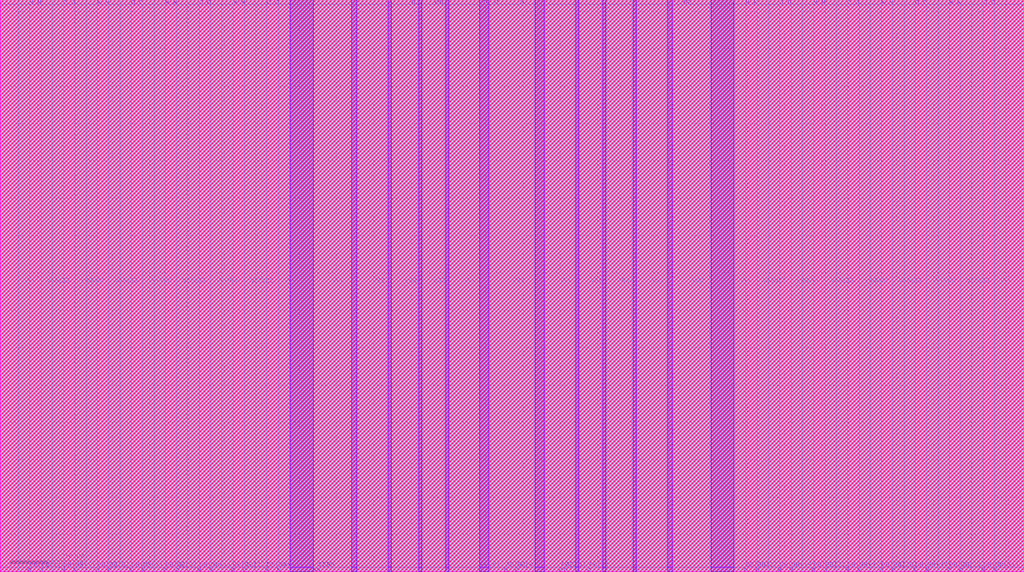
<source format=lef>
/*
     Copyright (c) 2018 SMIC             
     Filename:      qspi_data_info_32_mem.lef
     IP code:       S55NLLG2PH
     Version:       1.1.0
     CreateDate:    Oct 28, 2018        
                    
    LEF for General 2-PORT SRAM
    SMIC 55nm LL Logic Process

    Configuration: -instname qspi_data_info_32_mem -rows 64 -bits 32 -mux 1 
    Redundancy: Off
    Bit-Write: Off
*/

# DISCLAIMER                                                                      
#                                                                                   
#   SMIC hereby provides the quality information to you but makes no claims,      
# promises or guarantees about the accuracy, completeness, or adequacy of the     
# information herein. The information contained herein is provided on an "AS IS"  
# basis without any warranty, and SMIC assumes no obligation to provide support   
# of any kind or otherwise maintain the information.                                
#   SMIC disclaims any representation that the information does not infringe any  
# intellectual property rights or proprietary rights of any third parties. SMIC   
# makes no other warranty, whether express, implied or statutory as to any        
# matter whatsoever, including but not limited to the accuracy or sufficiency of  
# any information or the merchantability and fitness for a particular purpose.    
# Neither SMIC nor any of its representatives shall be liable for any cause of    
# action incurred to connect to this service.                                       
#                                                                                 
# STATEMENT OF USE AND CONFIDENTIALITY                                              
#                                                                                   
#   The following/attached material contains confidential and proprietary           
# information of SMIC. This material is based upon information which SMIC           
# considers reliable, but SMIC neither represents nor warrants that such          
# information is accurate or complete, and it must not be relied upon as such.    
# This information was prepared for informational purposes and is for the use     
# by SMIC's customer only. SMIC reserves the right to make changes in the           
# information at any time without notice.                                           
#   No part of this information may be reproduced, transmitted, transcribed,        
# stored in a retrieval system, or translated into any human or computer           
# language, in any form or by any means, electronic, mechanical, magnetic,          
# optical, chemical, manual, or otherwise, without the prior written consent of   
# SMIC. Any unauthorized use or disclosure of this material is strictly             
# prohibited and may be unlawful. By accepting this material, the receiving         
# party shall be deemed to have acknowledged, accepted, and agreed to be bound    
# by the foregoing limitations and restrictions. Thank you.                         
#                                                                                   

VERSION 5.4 ;
NAMESCASESENSITIVE ON ;
BUSBITCHARS "[]" ;
DIVIDERCHAR "/" ;

MACRO qspi_data_info_32_mem
 CLASS BLOCK ;
 ORIGIN 0 0 ;
 SYMMETRY X Y R90 ;
 SIZE 137.06 BY 76.575 ;

 PIN QA[0]
 DIRECTION OUTPUT ;
 USE SIGNAL ; 
 PORT
 LAYER M3 ;
 RECT 4.055 76.575 4.255 76.08 ;
 END
 PORT
 LAYER M2 ;
 RECT 4.055 76.575 4.255 76.08 ;
 END
 PORT
 LAYER M1 ;
 RECT 4.055 76.575 4.255 76.08 ;
 END
 ANTENNAGATEAREA 0.025 ;
 ANTENNADIFFAREA 0.060 ; 
 END QA[0]

 PIN QA[1]
 DIRECTION OUTPUT ;
 USE SIGNAL ; 
 PORT
 LAYER M3 ;
 RECT 5.145 76.575 5.345 76.08 ;
 END
 PORT
 LAYER M2 ;
 RECT 5.145 76.575 5.345 76.08 ;
 END
 PORT
 LAYER M1 ;
 RECT 5.145 76.575 5.345 76.08 ;
 END
 ANTENNAGATEAREA 0.025 ;
 ANTENNADIFFAREA 0.060 ; 
 END QA[1]

 PIN QA[2]
 DIRECTION OUTPUT ;
 USE SIGNAL ; 
 PORT
 LAYER M3 ;
 RECT 8.595 76.575 8.795 76.08 ;
 END
 PORT
 LAYER M2 ;
 RECT 8.595 76.575 8.795 76.08 ;
 END
 PORT
 LAYER M1 ;
 RECT 8.595 76.575 8.795 76.08 ;
 END
 ANTENNAGATEAREA 0.025 ;
 ANTENNADIFFAREA 0.060 ; 
 END QA[2]

 PIN QA[3]
 DIRECTION OUTPUT ;
 USE SIGNAL ; 
 PORT
 LAYER M3 ;
 RECT 9.685 76.575 9.885 76.08 ;
 END
 PORT
 LAYER M2 ;
 RECT 9.685 76.575 9.885 76.08 ;
 END
 PORT
 LAYER M1 ;
 RECT 9.685 76.575 9.885 76.08 ;
 END
 ANTENNAGATEAREA 0.025 ;
 ANTENNADIFFAREA 0.060 ; 
 END QA[3]

 PIN QA[4]
 DIRECTION OUTPUT ;
 USE SIGNAL ; 
 PORT
 LAYER M3 ;
 RECT 13.135 76.575 13.335 76.08 ;
 END
 PORT
 LAYER M2 ;
 RECT 13.135 76.575 13.335 76.08 ;
 END
 PORT
 LAYER M1 ;
 RECT 13.135 76.575 13.335 76.08 ;
 END
 ANTENNAGATEAREA 0.025 ;
 ANTENNADIFFAREA 0.060 ; 
 END QA[4]

 PIN QA[5]
 DIRECTION OUTPUT ;
 USE SIGNAL ; 
 PORT
 LAYER M3 ;
 RECT 14.225 76.575 14.425 76.08 ;
 END
 PORT
 LAYER M2 ;
 RECT 14.225 76.575 14.425 76.08 ;
 END
 PORT
 LAYER M1 ;
 RECT 14.225 76.575 14.425 76.08 ;
 END
 ANTENNAGATEAREA 0.025 ;
 ANTENNADIFFAREA 0.060 ; 
 END QA[5]

 PIN QA[6]
 DIRECTION OUTPUT ;
 USE SIGNAL ; 
 PORT
 LAYER M3 ;
 RECT 17.675 76.575 17.875 76.08 ;
 END
 PORT
 LAYER M2 ;
 RECT 17.675 76.575 17.875 76.08 ;
 END
 PORT
 LAYER M1 ;
 RECT 17.675 76.575 17.875 76.08 ;
 END
 ANTENNAGATEAREA 0.025 ;
 ANTENNADIFFAREA 0.060 ; 
 END QA[6]

 PIN QA[7]
 DIRECTION OUTPUT ;
 USE SIGNAL ; 
 PORT
 LAYER M3 ;
 RECT 18.765 76.575 18.965 76.08 ;
 END
 PORT
 LAYER M2 ;
 RECT 18.765 76.575 18.965 76.08 ;
 END
 PORT
 LAYER M1 ;
 RECT 18.765 76.575 18.965 76.08 ;
 END
 ANTENNAGATEAREA 0.025 ;
 ANTENNADIFFAREA 0.060 ; 
 END QA[7]

 PIN QA[8]
 DIRECTION OUTPUT ;
 USE SIGNAL ; 
 PORT
 LAYER M3 ;
 RECT 22.215 76.575 22.415 76.08 ;
 END
 PORT
 LAYER M2 ;
 RECT 22.215 76.575 22.415 76.08 ;
 END
 PORT
 LAYER M1 ;
 RECT 22.215 76.575 22.415 76.08 ;
 END
 ANTENNAGATEAREA 0.025 ;
 ANTENNADIFFAREA 0.060 ; 
 END QA[8]

 PIN QA[9]
 DIRECTION OUTPUT ;
 USE SIGNAL ; 
 PORT
 LAYER M3 ;
 RECT 23.305 76.575 23.505 76.08 ;
 END
 PORT
 LAYER M2 ;
 RECT 23.305 76.575 23.505 76.08 ;
 END
 PORT
 LAYER M1 ;
 RECT 23.305 76.575 23.505 76.08 ;
 END
 ANTENNAGATEAREA 0.025 ;
 ANTENNADIFFAREA 0.060 ; 
 END QA[9]

 PIN QA[10]
 DIRECTION OUTPUT ;
 USE SIGNAL ; 
 PORT
 LAYER M3 ;
 RECT 26.755 76.575 26.955 76.08 ;
 END
 PORT
 LAYER M2 ;
 RECT 26.755 76.575 26.955 76.08 ;
 END
 PORT
 LAYER M1 ;
 RECT 26.755 76.575 26.955 76.08 ;
 END
 ANTENNAGATEAREA 0.025 ;
 ANTENNADIFFAREA 0.060 ; 
 END QA[10]

 PIN QA[11]
 DIRECTION OUTPUT ;
 USE SIGNAL ; 
 PORT
 LAYER M3 ;
 RECT 27.845 76.575 28.045 76.08 ;
 END
 PORT
 LAYER M2 ;
 RECT 27.845 76.575 28.045 76.08 ;
 END
 PORT
 LAYER M1 ;
 RECT 27.845 76.575 28.045 76.08 ;
 END
 ANTENNAGATEAREA 0.025 ;
 ANTENNADIFFAREA 0.060 ; 
 END QA[11]

 PIN QA[12]
 DIRECTION OUTPUT ;
 USE SIGNAL ; 
 PORT
 LAYER M3 ;
 RECT 31.295 76.575 31.495 76.08 ;
 END
 PORT
 LAYER M2 ;
 RECT 31.295 76.575 31.495 76.08 ;
 END
 PORT
 LAYER M1 ;
 RECT 31.295 76.575 31.495 76.08 ;
 END
 ANTENNAGATEAREA 0.025 ;
 ANTENNADIFFAREA 0.060 ; 
 END QA[12]

 PIN QA[13]
 DIRECTION OUTPUT ;
 USE SIGNAL ; 
 PORT
 LAYER M3 ;
 RECT 32.385 76.575 32.585 76.08 ;
 END
 PORT
 LAYER M2 ;
 RECT 32.385 76.575 32.585 76.08 ;
 END
 PORT
 LAYER M1 ;
 RECT 32.385 76.575 32.585 76.08 ;
 END
 ANTENNAGATEAREA 0.025 ;
 ANTENNADIFFAREA 0.060 ; 
 END QA[13]

 PIN QA[14]
 DIRECTION OUTPUT ;
 USE SIGNAL ; 
 PORT
 LAYER M3 ;
 RECT 35.835 76.575 36.035 76.08 ;
 END
 PORT
 LAYER M2 ;
 RECT 35.835 76.575 36.035 76.08 ;
 END
 PORT
 LAYER M1 ;
 RECT 35.835 76.575 36.035 76.08 ;
 END
 ANTENNAGATEAREA 0.025 ;
 ANTENNADIFFAREA 0.060 ; 
 END QA[14]

 PIN QA[15]
 DIRECTION OUTPUT ;
 USE SIGNAL ; 
 PORT
 LAYER M3 ;
 RECT 36.925 76.575 37.125 76.08 ;
 END
 PORT
 LAYER M2 ;
 RECT 36.925 76.575 37.125 76.08 ;
 END
 PORT
 LAYER M1 ;
 RECT 36.925 76.575 37.125 76.08 ;
 END
 ANTENNAGATEAREA 0.025 ;
 ANTENNADIFFAREA 0.060 ; 
 END QA[15]

 PIN AA[1]
 DIRECTION INPUT ;
 USE SIGNAL ; 
 PORT
 LAYER M3 ;
 RECT 55.215 76.575 55.415 76.08 ;
 END
 PORT
 LAYER M2 ;
 RECT 55.215 76.575 55.415 76.08 ;
 END
 PORT
 LAYER M1 ;
 RECT 55.215 76.575 55.415 76.08 ;
 END
 ANTENNAGATEAREA 0.025 ;
 ANTENNADIFFAREA 0.060 ; 
 END AA[1]

 PIN AA[0]
 DIRECTION INPUT ;
 USE SIGNAL ; 
 PORT
 LAYER M3 ;
 RECT 58.32 76.575 58.52 76.08 ;
 END
 PORT
 LAYER M2 ;
 RECT 58.32 76.575 58.52 76.08 ;
 END
 PORT
 LAYER M1 ;
 RECT 58.32 76.575 58.52 76.08 ;
 END
 ANTENNAGATEAREA 0.025 ;
 ANTENNADIFFAREA 0.060 ; 
 END AA[0]

 PIN AA[2]
 DIRECTION INPUT ;
 USE SIGNAL ; 
 PORT
 LAYER M3 ;
 RECT 58.97 76.575 59.17 76.08 ;
 END
 PORT
 LAYER M2 ;
 RECT 58.97 76.575 59.17 76.08 ;
 END
 PORT
 LAYER M1 ;
 RECT 58.97 76.575 59.17 76.08 ;
 END
 ANTENNAGATEAREA 0.025 ;
 ANTENNADIFFAREA 0.060 ; 
 END AA[2]

 PIN AA[4]
 DIRECTION INPUT ;
 USE SIGNAL ; 
 PORT
 LAYER M3 ;
 RECT 64.87 76.575 65.07 76.08 ;
 END
 PORT
 LAYER M2 ;
 RECT 64.87 76.575 65.07 76.08 ;
 END
 PORT
 LAYER M1 ;
 RECT 64.87 76.575 65.07 76.08 ;
 END
 ANTENNAGATEAREA 0.025 ;
 ANTENNADIFFAREA 0.060 ; 
 END AA[4]

 PIN AA[3]
 DIRECTION INPUT ;
 USE SIGNAL ; 
 PORT
 LAYER M3 ;
 RECT 66.305 76.575 66.505 76.08 ;
 END
 PORT
 LAYER M2 ;
 RECT 66.305 76.575 66.505 76.08 ;
 END
 PORT
 LAYER M1 ;
 RECT 66.305 76.575 66.505 76.08 ;
 END
 ANTENNAGATEAREA 0.025 ;
 ANTENNADIFFAREA 0.060 ; 
 END AA[3]

 PIN AA[5]
 DIRECTION INPUT ;
 USE SIGNAL ; 
 PORT
 LAYER M3 ;
 RECT 69.795 76.575 69.995 76.08 ;
 END
 PORT
 LAYER M2 ;
 RECT 69.795 76.575 69.995 76.08 ;
 END
 PORT
 LAYER M1 ;
 RECT 69.795 76.575 69.995 76.08 ;
 END
 ANTENNAGATEAREA 0.025 ;
 ANTENNADIFFAREA 0.060 ; 
 END AA[5]

 PIN CENA
 DIRECTION INPUT ;
 USE SIGNAL ; 
 PORT
 LAYER M3 ;
 RECT 91.63 76.575 91.83 76.08 ;
 END
 PORT
 LAYER M2 ;
 RECT 91.63 76.575 91.83 76.08 ;
 END
 PORT
 LAYER M1 ;
 RECT 91.63 76.575 91.83 76.08 ;
 END
 ANTENNAGATEAREA 0.025 ;
 ANTENNADIFFAREA 0.060 ; 
 END CENA

 PIN CLKA
 DIRECTION INPUT ;
 USE SIGNAL ; 
 PORT
 LAYER M3 ;
 RECT 92.12 76.575 92.32 76.08 ;
 END
 PORT
 LAYER M2 ;
 RECT 92.12 76.575 92.32 76.08 ;
 END
 PORT
 LAYER M1 ;
 RECT 92.12 76.575 92.32 76.08 ;
 END
 ANTENNAGATEAREA 0.025 ;
 ANTENNADIFFAREA 0.060 ; 
 END CLKA

 PIN QA[16]
 DIRECTION OUTPUT ;
 USE SIGNAL ; 
 PORT
 LAYER M3 ;
 RECT 99.935 76.575 100.135 76.08 ;
 END
 PORT
 LAYER M2 ;
 RECT 99.935 76.575 100.135 76.08 ;
 END
 PORT
 LAYER M1 ;
 RECT 99.935 76.575 100.135 76.08 ;
 END
 ANTENNAGATEAREA 0.025 ;
 ANTENNADIFFAREA 0.060 ; 
 END QA[16]

 PIN QA[17]
 DIRECTION OUTPUT ;
 USE SIGNAL ; 
 PORT
 LAYER M3 ;
 RECT 101.025 76.575 101.225 76.08 ;
 END
 PORT
 LAYER M2 ;
 RECT 101.025 76.575 101.225 76.08 ;
 END
 PORT
 LAYER M1 ;
 RECT 101.025 76.575 101.225 76.08 ;
 END
 ANTENNAGATEAREA 0.025 ;
 ANTENNADIFFAREA 0.060 ; 
 END QA[17]

 PIN QA[18]
 DIRECTION OUTPUT ;
 USE SIGNAL ; 
 PORT
 LAYER M3 ;
 RECT 104.475 76.575 104.675 76.08 ;
 END
 PORT
 LAYER M2 ;
 RECT 104.475 76.575 104.675 76.08 ;
 END
 PORT
 LAYER M1 ;
 RECT 104.475 76.575 104.675 76.08 ;
 END
 ANTENNAGATEAREA 0.025 ;
 ANTENNADIFFAREA 0.060 ; 
 END QA[18]

 PIN QA[19]
 DIRECTION OUTPUT ;
 USE SIGNAL ; 
 PORT
 LAYER M3 ;
 RECT 105.565 76.575 105.765 76.08 ;
 END
 PORT
 LAYER M2 ;
 RECT 105.565 76.575 105.765 76.08 ;
 END
 PORT
 LAYER M1 ;
 RECT 105.565 76.575 105.765 76.08 ;
 END
 ANTENNAGATEAREA 0.025 ;
 ANTENNADIFFAREA 0.060 ; 
 END QA[19]

 PIN QA[20]
 DIRECTION OUTPUT ;
 USE SIGNAL ; 
 PORT
 LAYER M3 ;
 RECT 109.015 76.575 109.215 76.08 ;
 END
 PORT
 LAYER M2 ;
 RECT 109.015 76.575 109.215 76.08 ;
 END
 PORT
 LAYER M1 ;
 RECT 109.015 76.575 109.215 76.08 ;
 END
 ANTENNAGATEAREA 0.025 ;
 ANTENNADIFFAREA 0.060 ; 
 END QA[20]

 PIN QA[21]
 DIRECTION OUTPUT ;
 USE SIGNAL ; 
 PORT
 LAYER M3 ;
 RECT 110.105 76.575 110.305 76.08 ;
 END
 PORT
 LAYER M2 ;
 RECT 110.105 76.575 110.305 76.08 ;
 END
 PORT
 LAYER M1 ;
 RECT 110.105 76.575 110.305 76.08 ;
 END
 ANTENNAGATEAREA 0.025 ;
 ANTENNADIFFAREA 0.060 ; 
 END QA[21]

 PIN QA[22]
 DIRECTION OUTPUT ;
 USE SIGNAL ; 
 PORT
 LAYER M3 ;
 RECT 113.555 76.575 113.755 76.08 ;
 END
 PORT
 LAYER M2 ;
 RECT 113.555 76.575 113.755 76.08 ;
 END
 PORT
 LAYER M1 ;
 RECT 113.555 76.575 113.755 76.08 ;
 END
 ANTENNAGATEAREA 0.025 ;
 ANTENNADIFFAREA 0.060 ; 
 END QA[22]

 PIN QA[23]
 DIRECTION OUTPUT ;
 USE SIGNAL ; 
 PORT
 LAYER M3 ;
 RECT 114.645 76.575 114.845 76.08 ;
 END
 PORT
 LAYER M2 ;
 RECT 114.645 76.575 114.845 76.08 ;
 END
 PORT
 LAYER M1 ;
 RECT 114.645 76.575 114.845 76.08 ;
 END
 ANTENNAGATEAREA 0.025 ;
 ANTENNADIFFAREA 0.060 ; 
 END QA[23]

 PIN QA[24]
 DIRECTION OUTPUT ;
 USE SIGNAL ; 
 PORT
 LAYER M3 ;
 RECT 118.095 76.575 118.295 76.08 ;
 END
 PORT
 LAYER M2 ;
 RECT 118.095 76.575 118.295 76.08 ;
 END
 PORT
 LAYER M1 ;
 RECT 118.095 76.575 118.295 76.08 ;
 END
 ANTENNAGATEAREA 0.025 ;
 ANTENNADIFFAREA 0.060 ; 
 END QA[24]

 PIN QA[25]
 DIRECTION OUTPUT ;
 USE SIGNAL ; 
 PORT
 LAYER M3 ;
 RECT 119.185 76.575 119.385 76.08 ;
 END
 PORT
 LAYER M2 ;
 RECT 119.185 76.575 119.385 76.08 ;
 END
 PORT
 LAYER M1 ;
 RECT 119.185 76.575 119.385 76.08 ;
 END
 ANTENNAGATEAREA 0.025 ;
 ANTENNADIFFAREA 0.060 ; 
 END QA[25]

 PIN QA[26]
 DIRECTION OUTPUT ;
 USE SIGNAL ; 
 PORT
 LAYER M3 ;
 RECT 122.635 76.575 122.835 76.08 ;
 END
 PORT
 LAYER M2 ;
 RECT 122.635 76.575 122.835 76.08 ;
 END
 PORT
 LAYER M1 ;
 RECT 122.635 76.575 122.835 76.08 ;
 END
 ANTENNAGATEAREA 0.025 ;
 ANTENNADIFFAREA 0.060 ; 
 END QA[26]

 PIN QA[27]
 DIRECTION OUTPUT ;
 USE SIGNAL ; 
 PORT
 LAYER M3 ;
 RECT 123.725 76.575 123.925 76.08 ;
 END
 PORT
 LAYER M2 ;
 RECT 123.725 76.575 123.925 76.08 ;
 END
 PORT
 LAYER M1 ;
 RECT 123.725 76.575 123.925 76.08 ;
 END
 ANTENNAGATEAREA 0.025 ;
 ANTENNADIFFAREA 0.060 ; 
 END QA[27]

 PIN QA[28]
 DIRECTION OUTPUT ;
 USE SIGNAL ; 
 PORT
 LAYER M3 ;
 RECT 127.175 76.575 127.375 76.08 ;
 END
 PORT
 LAYER M2 ;
 RECT 127.175 76.575 127.375 76.08 ;
 END
 PORT
 LAYER M1 ;
 RECT 127.175 76.575 127.375 76.08 ;
 END
 ANTENNAGATEAREA 0.025 ;
 ANTENNADIFFAREA 0.060 ; 
 END QA[28]

 PIN QA[29]
 DIRECTION OUTPUT ;
 USE SIGNAL ; 
 PORT
 LAYER M3 ;
 RECT 128.265 76.575 128.465 76.08 ;
 END
 PORT
 LAYER M2 ;
 RECT 128.265 76.575 128.465 76.08 ;
 END
 PORT
 LAYER M1 ;
 RECT 128.265 76.575 128.465 76.08 ;
 END
 ANTENNAGATEAREA 0.025 ;
 ANTENNADIFFAREA 0.060 ; 
 END QA[29]

 PIN QA[30]
 DIRECTION OUTPUT ;
 USE SIGNAL ; 
 PORT
 LAYER M3 ;
 RECT 131.715 76.575 131.915 76.08 ;
 END
 PORT
 LAYER M2 ;
 RECT 131.715 76.575 131.915 76.08 ;
 END
 PORT
 LAYER M1 ;
 RECT 131.715 76.575 131.915 76.08 ;
 END
 ANTENNAGATEAREA 0.025 ;
 ANTENNADIFFAREA 0.060 ; 
 END QA[30]

 PIN QA[31]
 DIRECTION OUTPUT ;
 USE SIGNAL ; 
 PORT
 LAYER M3 ;
 RECT 132.805 76.575 133.005 76.08 ;
 END
 PORT
 LAYER M2 ;
 RECT 132.805 76.575 133.005 76.08 ;
 END
 PORT
 LAYER M1 ;
 RECT 132.805 76.575 133.005 76.08 ;
 END
 ANTENNAGATEAREA 0.025 ;
 ANTENNADIFFAREA 0.060 ; 
 END QA[31]

 PIN DB[0]
 DIRECTION INPUT ;
 USE SIGNAL ; 
 PORT
 LAYER M3 ;
 RECT 3.81 0 4.01 0.495 ;
 END
 PORT
 LAYER M2 ;
 RECT 3.81 0 4.01 0.495 ;
 END
 PORT
 LAYER M1 ;
 RECT 3.81 0 4.01 0.495 ;
 END
 ANTENNAGATEAREA 0.025 ;
 ANTENNADIFFAREA 0.060 ; 
 END DB[0]

 PIN DB[1]
 DIRECTION INPUT ;
 USE SIGNAL ; 
 PORT
 LAYER M3 ;
 RECT 5.39 0 5.59 0.495 ;
 END
 PORT
 LAYER M2 ;
 RECT 5.39 0 5.59 0.495 ;
 END
 PORT
 LAYER M1 ;
 RECT 5.39 0 5.59 0.495 ;
 END
 ANTENNAGATEAREA 0.025 ;
 ANTENNADIFFAREA 0.060 ; 
 END DB[1]

 PIN DB[2]
 DIRECTION INPUT ;
 USE SIGNAL ; 
 PORT
 LAYER M3 ;
 RECT 8.35 0 8.55 0.495 ;
 END
 PORT
 LAYER M2 ;
 RECT 8.35 0 8.55 0.495 ;
 END
 PORT
 LAYER M1 ;
 RECT 8.35 0 8.55 0.495 ;
 END
 ANTENNAGATEAREA 0.025 ;
 ANTENNADIFFAREA 0.060 ; 
 END DB[2]

 PIN DB[3]
 DIRECTION INPUT ;
 USE SIGNAL ; 
 PORT
 LAYER M3 ;
 RECT 9.93 0 10.13 0.495 ;
 END
 PORT
 LAYER M2 ;
 RECT 9.93 0 10.13 0.495 ;
 END
 PORT
 LAYER M1 ;
 RECT 9.93 0 10.13 0.495 ;
 END
 ANTENNAGATEAREA 0.025 ;
 ANTENNADIFFAREA 0.060 ; 
 END DB[3]

 PIN DB[4]
 DIRECTION INPUT ;
 USE SIGNAL ; 
 PORT
 LAYER M3 ;
 RECT 12.89 0 13.09 0.495 ;
 END
 PORT
 LAYER M2 ;
 RECT 12.89 0 13.09 0.495 ;
 END
 PORT
 LAYER M1 ;
 RECT 12.89 0 13.09 0.495 ;
 END
 ANTENNAGATEAREA 0.025 ;
 ANTENNADIFFAREA 0.060 ; 
 END DB[4]

 PIN DB[5]
 DIRECTION INPUT ;
 USE SIGNAL ; 
 PORT
 LAYER M3 ;
 RECT 14.47 0 14.67 0.495 ;
 END
 PORT
 LAYER M2 ;
 RECT 14.47 0 14.67 0.495 ;
 END
 PORT
 LAYER M1 ;
 RECT 14.47 0 14.67 0.495 ;
 END
 ANTENNAGATEAREA 0.025 ;
 ANTENNADIFFAREA 0.060 ; 
 END DB[5]

 PIN DB[6]
 DIRECTION INPUT ;
 USE SIGNAL ; 
 PORT
 LAYER M3 ;
 RECT 17.43 0 17.63 0.495 ;
 END
 PORT
 LAYER M2 ;
 RECT 17.43 0 17.63 0.495 ;
 END
 PORT
 LAYER M1 ;
 RECT 17.43 0 17.63 0.495 ;
 END
 ANTENNAGATEAREA 0.025 ;
 ANTENNADIFFAREA 0.060 ; 
 END DB[6]

 PIN DB[7]
 DIRECTION INPUT ;
 USE SIGNAL ; 
 PORT
 LAYER M3 ;
 RECT 19.01 0 19.21 0.495 ;
 END
 PORT
 LAYER M2 ;
 RECT 19.01 0 19.21 0.495 ;
 END
 PORT
 LAYER M1 ;
 RECT 19.01 0 19.21 0.495 ;
 END
 ANTENNAGATEAREA 0.025 ;
 ANTENNADIFFAREA 0.060 ; 
 END DB[7]

 PIN DB[8]
 DIRECTION INPUT ;
 USE SIGNAL ; 
 PORT
 LAYER M3 ;
 RECT 21.97 0 22.17 0.495 ;
 END
 PORT
 LAYER M2 ;
 RECT 21.97 0 22.17 0.495 ;
 END
 PORT
 LAYER M1 ;
 RECT 21.97 0 22.17 0.495 ;
 END
 ANTENNAGATEAREA 0.025 ;
 ANTENNADIFFAREA 0.060 ; 
 END DB[8]

 PIN DB[9]
 DIRECTION INPUT ;
 USE SIGNAL ; 
 PORT
 LAYER M3 ;
 RECT 23.55 0 23.75 0.495 ;
 END
 PORT
 LAYER M2 ;
 RECT 23.55 0 23.75 0.495 ;
 END
 PORT
 LAYER M1 ;
 RECT 23.55 0 23.75 0.495 ;
 END
 ANTENNAGATEAREA 0.025 ;
 ANTENNADIFFAREA 0.060 ; 
 END DB[9]

 PIN DB[10]
 DIRECTION INPUT ;
 USE SIGNAL ; 
 PORT
 LAYER M3 ;
 RECT 26.51 0 26.71 0.495 ;
 END
 PORT
 LAYER M2 ;
 RECT 26.51 0 26.71 0.495 ;
 END
 PORT
 LAYER M1 ;
 RECT 26.51 0 26.71 0.495 ;
 END
 ANTENNAGATEAREA 0.025 ;
 ANTENNADIFFAREA 0.060 ; 
 END DB[10]

 PIN DB[11]
 DIRECTION INPUT ;
 USE SIGNAL ; 
 PORT
 LAYER M3 ;
 RECT 28.09 0 28.29 0.495 ;
 END
 PORT
 LAYER M2 ;
 RECT 28.09 0 28.29 0.495 ;
 END
 PORT
 LAYER M1 ;
 RECT 28.09 0 28.29 0.495 ;
 END
 ANTENNAGATEAREA 0.025 ;
 ANTENNADIFFAREA 0.060 ; 
 END DB[11]

 PIN DB[12]
 DIRECTION INPUT ;
 USE SIGNAL ; 
 PORT
 LAYER M3 ;
 RECT 31.05 0 31.25 0.495 ;
 END
 PORT
 LAYER M2 ;
 RECT 31.05 0 31.25 0.495 ;
 END
 PORT
 LAYER M1 ;
 RECT 31.05 0 31.25 0.495 ;
 END
 ANTENNAGATEAREA 0.025 ;
 ANTENNADIFFAREA 0.060 ; 
 END DB[12]

 PIN DB[13]
 DIRECTION INPUT ;
 USE SIGNAL ; 
 PORT
 LAYER M3 ;
 RECT 32.63 0 32.83 0.495 ;
 END
 PORT
 LAYER M2 ;
 RECT 32.63 0 32.83 0.495 ;
 END
 PORT
 LAYER M1 ;
 RECT 32.63 0 32.83 0.495 ;
 END
 ANTENNAGATEAREA 0.025 ;
 ANTENNADIFFAREA 0.060 ; 
 END DB[13]

 PIN DB[14]
 DIRECTION INPUT ;
 USE SIGNAL ; 
 PORT
 LAYER M3 ;
 RECT 35.59 0 35.79 0.495 ;
 END
 PORT
 LAYER M2 ;
 RECT 35.59 0 35.79 0.495 ;
 END
 PORT
 LAYER M1 ;
 RECT 35.59 0 35.79 0.495 ;
 END
 ANTENNAGATEAREA 0.025 ;
 ANTENNADIFFAREA 0.060 ; 
 END DB[14]

 PIN DB[15]
 DIRECTION INPUT ;
 USE SIGNAL ; 
 PORT
 LAYER M3 ;
 RECT 37.17 0 37.37 0.495 ;
 END
 PORT
 LAYER M2 ;
 RECT 37.17 0 37.37 0.495 ;
 END
 PORT
 LAYER M1 ;
 RECT 37.17 0 37.37 0.495 ;
 END
 ANTENNAGATEAREA 0.025 ;
 ANTENNADIFFAREA 0.060 ; 
 END DB[15]

 PIN CLKB
 DIRECTION INPUT ;
 USE SIGNAL ; 
 PORT
 LAYER M3 ;
 RECT 42.01 0 42.21 0.495 ;
 END
 PORT
 LAYER M2 ;
 RECT 42.01 0 42.21 0.495 ;
 END
 PORT
 LAYER M1 ;
 RECT 42.01 0 42.21 0.495 ;
 END
 ANTENNAGATEAREA 0.025 ;
 ANTENNADIFFAREA 0.060 ; 
 END CLKB

 PIN CENB
 DIRECTION INPUT ;
 USE SIGNAL ; 
 PORT
 LAYER M3 ;
 RECT 42.5 0 42.7 0.495 ;
 END
 PORT
 LAYER M2 ;
 RECT 42.5 0 42.7 0.495 ;
 END
 PORT
 LAYER M1 ;
 RECT 42.5 0 42.7 0.495 ;
 END
 ANTENNAGATEAREA 0.025 ;
 ANTENNADIFFAREA 0.060 ; 
 END CENB

 PIN AB[5]
 DIRECTION INPUT ;
 USE SIGNAL ; 
 PORT
 LAYER M3 ;
 RECT 64.11 0 64.31 0.495 ;
 END
 PORT
 LAYER M2 ;
 RECT 64.11 0 64.31 0.495 ;
 END
 PORT
 LAYER M1 ;
 RECT 64.11 0 64.31 0.495 ;
 END
 ANTENNAGATEAREA 0.025 ;
 ANTENNADIFFAREA 0.060 ; 
 END AB[5]

 PIN AB[3]
 DIRECTION INPUT ;
 USE SIGNAL ; 
 PORT
 LAYER M3 ;
 RECT 67.6 0 67.8 0.495 ;
 END
 PORT
 LAYER M2 ;
 RECT 67.6 0 67.8 0.495 ;
 END
 PORT
 LAYER M1 ;
 RECT 67.6 0 67.8 0.495 ;
 END
 ANTENNAGATEAREA 0.025 ;
 ANTENNADIFFAREA 0.060 ; 
 END AB[3]

 PIN AB[4]
 DIRECTION INPUT ;
 USE SIGNAL ; 
 PORT
 LAYER M3 ;
 RECT 69.035 0 69.235 0.495 ;
 END
 PORT
 LAYER M2 ;
 RECT 69.035 0 69.235 0.495 ;
 END
 PORT
 LAYER M1 ;
 RECT 69.035 0 69.235 0.495 ;
 END
 ANTENNAGATEAREA 0.025 ;
 ANTENNADIFFAREA 0.060 ; 
 END AB[4]

 PIN AB[2]
 DIRECTION INPUT ;
 USE SIGNAL ; 
 PORT
 LAYER M3 ;
 RECT 74.935 0 75.135 0.495 ;
 END
 PORT
 LAYER M2 ;
 RECT 74.935 0 75.135 0.495 ;
 END
 PORT
 LAYER M1 ;
 RECT 74.935 0 75.135 0.495 ;
 END
 ANTENNAGATEAREA 0.025 ;
 ANTENNADIFFAREA 0.060 ; 
 END AB[2]

 PIN AB[0]
 DIRECTION INPUT ;
 USE SIGNAL ; 
 PORT
 LAYER M3 ;
 RECT 75.585 0 75.785 0.495 ;
 END
 PORT
 LAYER M2 ;
 RECT 75.585 0 75.785 0.495 ;
 END
 PORT
 LAYER M1 ;
 RECT 75.585 0 75.785 0.495 ;
 END
 ANTENNAGATEAREA 0.025 ;
 ANTENNADIFFAREA 0.060 ; 
 END AB[0]

 PIN AB[1]
 DIRECTION INPUT ;
 USE SIGNAL ; 
 PORT
 LAYER M3 ;
 RECT 78.69 0 78.89 0.495 ;
 END
 PORT
 LAYER M2 ;
 RECT 78.69 0 78.89 0.495 ;
 END
 PORT
 LAYER M1 ;
 RECT 78.69 0 78.89 0.495 ;
 END
 ANTENNAGATEAREA 0.025 ;
 ANTENNADIFFAREA 0.060 ; 
 END AB[1]

 PIN DB[16]
 DIRECTION INPUT ;
 USE SIGNAL ; 
 PORT
 LAYER M3 ;
 RECT 99.69 0 99.89 0.495 ;
 END
 PORT
 LAYER M2 ;
 RECT 99.69 0 99.89 0.495 ;
 END
 PORT
 LAYER M1 ;
 RECT 99.69 0 99.89 0.495 ;
 END
 ANTENNAGATEAREA 0.025 ;
 ANTENNADIFFAREA 0.060 ; 
 END DB[16]

 PIN DB[17]
 DIRECTION INPUT ;
 USE SIGNAL ; 
 PORT
 LAYER M3 ;
 RECT 101.27 0 101.47 0.495 ;
 END
 PORT
 LAYER M2 ;
 RECT 101.27 0 101.47 0.495 ;
 END
 PORT
 LAYER M1 ;
 RECT 101.27 0 101.47 0.495 ;
 END
 ANTENNAGATEAREA 0.025 ;
 ANTENNADIFFAREA 0.060 ; 
 END DB[17]

 PIN DB[18]
 DIRECTION INPUT ;
 USE SIGNAL ; 
 PORT
 LAYER M3 ;
 RECT 104.23 0 104.43 0.495 ;
 END
 PORT
 LAYER M2 ;
 RECT 104.23 0 104.43 0.495 ;
 END
 PORT
 LAYER M1 ;
 RECT 104.23 0 104.43 0.495 ;
 END
 ANTENNAGATEAREA 0.025 ;
 ANTENNADIFFAREA 0.060 ; 
 END DB[18]

 PIN DB[19]
 DIRECTION INPUT ;
 USE SIGNAL ; 
 PORT
 LAYER M3 ;
 RECT 105.81 0 106.01 0.495 ;
 END
 PORT
 LAYER M2 ;
 RECT 105.81 0 106.01 0.495 ;
 END
 PORT
 LAYER M1 ;
 RECT 105.81 0 106.01 0.495 ;
 END
 ANTENNAGATEAREA 0.025 ;
 ANTENNADIFFAREA 0.060 ; 
 END DB[19]

 PIN DB[20]
 DIRECTION INPUT ;
 USE SIGNAL ; 
 PORT
 LAYER M3 ;
 RECT 108.77 0 108.97 0.495 ;
 END
 PORT
 LAYER M2 ;
 RECT 108.77 0 108.97 0.495 ;
 END
 PORT
 LAYER M1 ;
 RECT 108.77 0 108.97 0.495 ;
 END
 ANTENNAGATEAREA 0.025 ;
 ANTENNADIFFAREA 0.060 ; 
 END DB[20]

 PIN DB[21]
 DIRECTION INPUT ;
 USE SIGNAL ; 
 PORT
 LAYER M3 ;
 RECT 110.35 0 110.55 0.495 ;
 END
 PORT
 LAYER M2 ;
 RECT 110.35 0 110.55 0.495 ;
 END
 PORT
 LAYER M1 ;
 RECT 110.35 0 110.55 0.495 ;
 END
 ANTENNAGATEAREA 0.025 ;
 ANTENNADIFFAREA 0.060 ; 
 END DB[21]

 PIN DB[22]
 DIRECTION INPUT ;
 USE SIGNAL ; 
 PORT
 LAYER M3 ;
 RECT 113.31 0 113.51 0.495 ;
 END
 PORT
 LAYER M2 ;
 RECT 113.31 0 113.51 0.495 ;
 END
 PORT
 LAYER M1 ;
 RECT 113.31 0 113.51 0.495 ;
 END
 ANTENNAGATEAREA 0.025 ;
 ANTENNADIFFAREA 0.060 ; 
 END DB[22]

 PIN DB[23]
 DIRECTION INPUT ;
 USE SIGNAL ; 
 PORT
 LAYER M3 ;
 RECT 114.89 0 115.09 0.495 ;
 END
 PORT
 LAYER M2 ;
 RECT 114.89 0 115.09 0.495 ;
 END
 PORT
 LAYER M1 ;
 RECT 114.89 0 115.09 0.495 ;
 END
 ANTENNAGATEAREA 0.025 ;
 ANTENNADIFFAREA 0.060 ; 
 END DB[23]

 PIN DB[24]
 DIRECTION INPUT ;
 USE SIGNAL ; 
 PORT
 LAYER M3 ;
 RECT 117.85 0 118.05 0.495 ;
 END
 PORT
 LAYER M2 ;
 RECT 117.85 0 118.05 0.495 ;
 END
 PORT
 LAYER M1 ;
 RECT 117.85 0 118.05 0.495 ;
 END
 ANTENNAGATEAREA 0.025 ;
 ANTENNADIFFAREA 0.060 ; 
 END DB[24]

 PIN DB[25]
 DIRECTION INPUT ;
 USE SIGNAL ; 
 PORT
 LAYER M3 ;
 RECT 119.43 0 119.63 0.495 ;
 END
 PORT
 LAYER M2 ;
 RECT 119.43 0 119.63 0.495 ;
 END
 PORT
 LAYER M1 ;
 RECT 119.43 0 119.63 0.495 ;
 END
 ANTENNAGATEAREA 0.025 ;
 ANTENNADIFFAREA 0.060 ; 
 END DB[25]

 PIN DB[26]
 DIRECTION INPUT ;
 USE SIGNAL ; 
 PORT
 LAYER M3 ;
 RECT 122.39 0 122.59 0.495 ;
 END
 PORT
 LAYER M2 ;
 RECT 122.39 0 122.59 0.495 ;
 END
 PORT
 LAYER M1 ;
 RECT 122.39 0 122.59 0.495 ;
 END
 ANTENNAGATEAREA 0.025 ;
 ANTENNADIFFAREA 0.060 ; 
 END DB[26]

 PIN DB[27]
 DIRECTION INPUT ;
 USE SIGNAL ; 
 PORT
 LAYER M3 ;
 RECT 123.97 0 124.17 0.495 ;
 END
 PORT
 LAYER M2 ;
 RECT 123.97 0 124.17 0.495 ;
 END
 PORT
 LAYER M1 ;
 RECT 123.97 0 124.17 0.495 ;
 END
 ANTENNAGATEAREA 0.025 ;
 ANTENNADIFFAREA 0.060 ; 
 END DB[27]

 PIN DB[28]
 DIRECTION INPUT ;
 USE SIGNAL ; 
 PORT
 LAYER M3 ;
 RECT 126.93 0 127.13 0.495 ;
 END
 PORT
 LAYER M2 ;
 RECT 126.93 0 127.13 0.495 ;
 END
 PORT
 LAYER M1 ;
 RECT 126.93 0 127.13 0.495 ;
 END
 ANTENNAGATEAREA 0.025 ;
 ANTENNADIFFAREA 0.060 ; 
 END DB[28]

 PIN DB[29]
 DIRECTION INPUT ;
 USE SIGNAL ; 
 PORT
 LAYER M3 ;
 RECT 128.51 0 128.71 0.495 ;
 END
 PORT
 LAYER M2 ;
 RECT 128.51 0 128.71 0.495 ;
 END
 PORT
 LAYER M1 ;
 RECT 128.51 0 128.71 0.495 ;
 END
 ANTENNAGATEAREA 0.025 ;
 ANTENNADIFFAREA 0.060 ; 
 END DB[29]

 PIN DB[30]
 DIRECTION INPUT ;
 USE SIGNAL ; 
 PORT
 LAYER M3 ;
 RECT 131.47 0 131.67 0.495 ;
 END
 PORT
 LAYER M2 ;
 RECT 131.47 0 131.67 0.495 ;
 END
 PORT
 LAYER M1 ;
 RECT 131.47 0 131.67 0.495 ;
 END
 ANTENNAGATEAREA 0.025 ;
 ANTENNADIFFAREA 0.060 ; 
 END DB[30]

 PIN DB[31]
 DIRECTION INPUT ;
 USE SIGNAL ; 
 PORT
 LAYER M3 ;
 RECT 133.05 0 133.25 0.495 ;
 END
 PORT
 LAYER M2 ;
 RECT 133.05 0 133.25 0.495 ;
 END
 PORT
 LAYER M1 ;
 RECT 133.05 0 133.25 0.495 ;
 END
 ANTENNAGATEAREA 0.025 ;
 ANTENNADIFFAREA 0.060 ; 
 END DB[31]

 PIN VDD
 USE POWER ;
 PORT
 LAYER M4 ;
 RECT 2.43 0 3.93 76.575 ;    
 END 
 PORT
 LAYER M4 ;
 RECT 10.01 0 11.51 76.575 ;    
 END 
 PORT
 LAYER M4 ;
 RECT 11.51 0 13.01 76.575 ;    
 END 
 PORT
 LAYER M4 ;
 RECT 19.09 0 20.59 76.575 ;    
 END 
 PORT
 LAYER M4 ;
 RECT 20.59 0 22.09 76.575 ;    
 END 
 PORT
 LAYER M4 ;
 RECT 28.17 0 29.67 76.575 ;    
 END 
 PORT
 LAYER M4 ;
 RECT 29.67 0 31.17 76.575 ;    
 END 
 PORT
 LAYER M4 ;
 RECT 37.25 0 38.75 76.575 ;    
 END 
 PORT
 LAYER M4 ;
 RECT 41.97 0 46.97 76.575 ;    
 END 
 PORT
 LAYER M4 ;
 RECT 52.42 0 55.92 76.575 ;    
 END 
 PORT
 LAYER M4 ;
 RECT 60.12 0 64.12 76.575 ;    
 END 
 PORT
 LAYER M4 ;
 RECT 72.94 0 76.94 76.575 ;    
 END 
 PORT
 LAYER M4 ;
 RECT 81.14 0 84.64 76.575 ;    
 END 
 PORT
 LAYER M4 ;
 RECT 90.09 0 95.09 76.575 ;    
 END 
 PORT
 LAYER M4 ;
 RECT 98.31 0 99.81 76.575 ;    
 END 
 PORT
 LAYER M4 ;
 RECT 105.89 0 107.39 76.575 ;    
 END 
 PORT
 LAYER M4 ;
 RECT 107.39 0 108.89 76.575 ;    
 END 
 PORT
 LAYER M4 ;
 RECT 114.97 0 116.47 76.575 ;    
 END 
 PORT
 LAYER M4 ;
 RECT 116.47 0 117.97 76.575 ;    
 END 
 PORT
 LAYER M4 ;
 RECT 124.05 0 125.55 76.575 ;    
 END 
 PORT
 LAYER M4 ;
 RECT 125.55 0 127.05 76.575 ;    
 END 
 PORT
 LAYER M4 ;
 RECT 133.13 0 134.63 76.575 ;    
 END 
 END VDD

 PIN VSS
 USE GROUND ;
 PORT
 LAYER M4 ;
 RECT 5.47 0 6.97 76.575 ;      
 END
 PORT
 LAYER M4 ;
 RECT 6.97 0 8.47 76.575 ;      
 END
 PORT
 LAYER M4 ;
 RECT 14.55 0 16.05 76.575 ;      
 END
 PORT
 LAYER M4 ;
 RECT 16.05 0 17.55 76.575 ;      
 END
 PORT
 LAYER M4 ;
 RECT 23.63 0 25.13 76.575 ;      
 END
 PORT
 LAYER M4 ;
 RECT 25.13 0 26.63 76.575 ;      
 END
 PORT
 LAYER M4 ;
 RECT 32.71 0 34.21 76.575 ;      
 END
 PORT
 LAYER M4 ;
 RECT 34.21 0 35.71 76.575 ;      
 END
 PORT
 LAYER M4 ;
 RECT 47.82 0 51.82 76.575 ;      
 END
 PORT
 LAYER M4 ;
 RECT 56.52 0 59.52 76.575 ;      
 END
 PORT
 LAYER M4 ;
 RECT 65.525 0 71.525 76.575 ;      
 END
 PORT
 LAYER M4 ;
 RECT 77.54 0 80.54 76.575 ;      
 END
 PORT
 LAYER M4 ;
 RECT 85.24 0 89.24 76.575 ;      
 END
 PORT
 LAYER M4 ;
 RECT 101.35 0 102.85 76.575 ;      
 END
 PORT
 LAYER M4 ;
 RECT 102.85 0 104.35 76.575 ;      
 END
 PORT
 LAYER M4 ;
 RECT 110.43 0 111.93 76.575 ;      
 END
 PORT
 LAYER M4 ;
 RECT 111.93 0 113.43 76.575 ;      
 END
 PORT
 LAYER M4 ;
 RECT 119.51 0 121.01 76.575 ;      
 END
 PORT
 LAYER M4 ;
 RECT 121.01 0 122.51 76.575 ;      
 END
 PORT
 LAYER M4 ;
 RECT 128.59 0 130.09 76.575 ;      
 END
 PORT
 LAYER M4 ;
 RECT 130.09 0 131.59 76.575 ;      
 END
 END VSS

 OBS
 LAYER M1 ;
 RECT 0 0 3.72 0.585 ;
 RECT 4.1 0 5.3 0.585 ;
 RECT 5.68 0 8.26 0.585 ;
 RECT 8.64 0 9.84 0.585 ;
 RECT 10.22 0 12.8 0.585 ;
 RECT 13.18 0 14.38 0.585 ;
 RECT 14.76 0 17.34 0.585 ;
 RECT 17.72 0 18.92 0.585 ;
 RECT 19.3 0 21.88 0.585 ;
 RECT 22.26 0 23.46 0.585 ;
 RECT 23.84 0 26.42 0.585 ;
 RECT 26.8 0 28 0.585 ;
 RECT 28.38 0 30.96 0.585 ;
 RECT 31.34 0 32.54 0.585 ;
 RECT 32.92 0 35.5 0.585 ;
 RECT 35.88 0 37.08 0.585 ;
 RECT 37.46 0 41.92 0.585 ;
 RECT 42.3 0 42.41 0.585 ;
 RECT 42.79 0 64.02 0.585 ;
 RECT 64.4 0 67.51 0.585 ;
 RECT 67.89 0 68.945 0.585 ;
 RECT 69.325 0 74.845 0.585 ;
 RECT 75.225 0 75.495 0.585 ;
 RECT 75.875 0 78.6 0.585 ;
 RECT 78.98 0 99.6 0.585 ;
 RECT 99.98 0 101.18 0.585 ;
 RECT 101.56 0 104.14 0.585 ;
 RECT 104.52 0 105.72 0.585 ;
 RECT 106.1 0 108.68 0.585 ;
 RECT 109.06 0 110.26 0.585 ;
 RECT 110.64 0 113.22 0.585 ;
 RECT 113.6 0 114.8 0.585 ;
 RECT 115.18 0 117.76 0.585 ;
 RECT 118.14 0 119.34 0.585 ;
 RECT 119.72 0 122.3 0.585 ;
 RECT 122.68 0 123.88 0.585 ;
 RECT 124.26 0 126.84 0.585 ;
 RECT 127.22 0 128.42 0.585 ;
 RECT 128.8 0 131.38 0.585 ;
 RECT 131.76 0 132.96 0.585 ;
 RECT 133.34 0 137.06 0.585 ;
 RECT 0 76.575 3.965 75.99 ;
 RECT 4.345 76.575 5.055 75.99 ;
 RECT 5.435 76.575 8.505 75.99 ;
 RECT 8.885 76.575 9.595 75.99 ;
 RECT 9.975 76.575 13.045 75.99 ;
 RECT 13.425 76.575 14.135 75.99 ;
 RECT 14.515 76.575 17.585 75.99 ;
 RECT 17.965 76.575 18.675 75.99 ;
 RECT 19.055 76.575 22.125 75.99 ;
 RECT 22.505 76.575 23.215 75.99 ;
 RECT 23.595 76.575 26.665 75.99 ;
 RECT 27.045 76.575 27.755 75.99 ;
 RECT 28.135 76.575 31.205 75.99 ;
 RECT 31.585 76.575 32.295 75.99 ;
 RECT 32.675 76.575 35.745 75.99 ;
 RECT 36.125 76.575 36.835 75.99 ;
 RECT 37.215 76.575 55.125 75.99 ;
 RECT 55.505 76.575 58.23 75.99 ;
 RECT 58.61 76.575 58.88 75.99 ;
 RECT 59.26 76.575 64.78 75.99 ;
 RECT 65.16 76.575 66.215 75.99 ;
 RECT 66.595 76.575 69.705 75.99 ;
 RECT 70.085 76.575 91.54 75.99 ;
 RECT 91.92 76.575 92.03 75.99 ;
 RECT 92.41 76.575 99.845 75.99 ;
 RECT 100.225 76.575 100.935 75.99 ;
 RECT 101.315 76.575 104.385 75.99 ;
 RECT 104.765 76.575 105.475 75.99 ;
 RECT 105.855 76.575 108.925 75.99 ;
 RECT 109.305 76.575 110.015 75.99 ;
 RECT 110.395 76.575 113.465 75.99 ;
 RECT 113.845 76.575 114.555 75.99 ;
 RECT 114.935 76.575 118.005 75.99 ;
 RECT 118.385 76.575 119.095 75.99 ;
 RECT 119.475 76.575 122.545 75.99 ;
 RECT 122.925 76.575 123.635 75.99 ;
 RECT 124.015 76.575 127.085 75.99 ;
 RECT 127.465 76.575 128.175 75.99 ;
 RECT 128.555 76.575 131.625 75.99 ;
 RECT 132.005 76.575 132.715 75.99 ;
 RECT 133.095 76.575 137.06 75.99 ;
 RECT 0 0.585 137.06 75.99 ;
 LAYER M2 ;
 RECT 0 0 3.71 0.595 ;
 RECT 4.11 0 5.29 0.595 ;
 RECT 5.69 0 8.25 0.595 ;
 RECT 8.65 0 9.83 0.595 ;
 RECT 10.23 0 12.79 0.595 ;
 RECT 13.19 0 14.37 0.595 ;
 RECT 14.77 0 17.33 0.595 ;
 RECT 17.73 0 18.91 0.595 ;
 RECT 19.31 0 21.87 0.595 ;
 RECT 22.27 0 23.45 0.595 ;
 RECT 23.85 0 26.41 0.595 ;
 RECT 26.81 0 27.99 0.595 ;
 RECT 28.39 0 30.95 0.595 ;
 RECT 31.35 0 32.53 0.595 ;
 RECT 32.93 0 35.49 0.595 ;
 RECT 35.89 0 37.07 0.595 ;
 RECT 37.47 0 41.91 0.595 ;
 RECT 42.8 0 64.01 0.595 ;
 RECT 64.41 0 67.5 0.595 ;
 RECT 67.9 0 68.935 0.595 ;
 RECT 69.335 0 74.835 0.595 ;
 RECT 75.235 0 75.485 0.595 ;
 RECT 75.885 0 78.59 0.595 ;
 RECT 78.99 0 99.59 0.595 ;
 RECT 99.99 0 101.17 0.595 ;
 RECT 101.57 0 104.13 0.595 ;
 RECT 104.53 0 105.71 0.595 ;
 RECT 106.11 0 108.67 0.595 ;
 RECT 109.07 0 110.25 0.595 ;
 RECT 110.65 0 113.21 0.595 ;
 RECT 113.61 0 114.79 0.595 ;
 RECT 115.19 0 117.75 0.595 ;
 RECT 118.15 0 119.33 0.595 ;
 RECT 119.73 0 122.29 0.595 ;
 RECT 122.69 0 123.87 0.595 ;
 RECT 124.27 0 126.83 0.595 ;
 RECT 127.23 0 128.41 0.595 ;
 RECT 128.81 0 131.37 0.595 ;
 RECT 131.77 0 132.95 0.595 ;
 RECT 133.35 0 137.06 0.595 ;
 RECT 0 76.575 3.955 75.98 ;
 RECT 4.355 76.575 5.045 75.98 ;
 RECT 5.445 76.575 8.495 75.98 ;
 RECT 8.895 76.575 9.585 75.98 ;
 RECT 9.985 76.575 13.035 75.98 ;
 RECT 13.435 76.575 14.125 75.98 ;
 RECT 14.525 76.575 17.575 75.98 ;
 RECT 17.975 76.575 18.665 75.98 ;
 RECT 19.065 76.575 22.115 75.98 ;
 RECT 22.515 76.575 23.205 75.98 ;
 RECT 23.605 76.575 26.655 75.98 ;
 RECT 27.055 76.575 27.745 75.98 ;
 RECT 28.145 76.575 31.195 75.98 ;
 RECT 31.595 76.575 32.285 75.98 ;
 RECT 32.685 76.575 35.735 75.98 ;
 RECT 36.135 76.575 36.825 75.98 ;
 RECT 37.225 76.575 55.115 75.98 ;
 RECT 55.515 76.575 58.22 75.98 ;
 RECT 58.62 76.575 58.87 75.98 ;
 RECT 59.27 76.575 64.77 75.98 ;
 RECT 65.17 76.575 66.205 75.98 ;
 RECT 66.605 76.575 69.695 75.98 ;
 RECT 70.095 76.575 91.53 75.98 ;
 RECT 92.42 76.575 99.835 75.98 ;
 RECT 100.235 76.575 100.925 75.98 ;
 RECT 101.325 76.575 104.375 75.98 ;
 RECT 104.775 76.575 105.465 75.98 ;
 RECT 105.865 76.575 108.915 75.98 ;
 RECT 109.315 76.575 110.005 75.98 ;
 RECT 110.405 76.575 113.455 75.98 ;
 RECT 113.855 76.575 114.545 75.98 ;
 RECT 114.945 76.575 117.995 75.98 ;
 RECT 118.395 76.575 119.085 75.98 ;
 RECT 119.485 76.575 122.535 75.98 ;
 RECT 122.935 76.575 123.625 75.98 ;
 RECT 124.025 76.575 127.075 75.98 ;
 RECT 127.475 76.575 128.165 75.98 ;
 RECT 128.565 76.575 131.615 75.98 ;
 RECT 132.015 76.575 132.705 75.98 ;
 RECT 133.105 76.575 137.06 75.98 ;
 RECT 0 0.595 137.06 75.98 ;
 LAYER M3 ;
 RECT 0 0 3.71 0.595 ;
 RECT 4.11 0 5.29 0.595 ;
 RECT 5.69 0 8.25 0.595 ;
 RECT 8.65 0 9.83 0.595 ;
 RECT 10.23 0 12.79 0.595 ;
 RECT 13.19 0 14.37 0.595 ;
 RECT 14.77 0 17.33 0.595 ;
 RECT 17.73 0 18.91 0.595 ;
 RECT 19.31 0 21.87 0.595 ;
 RECT 22.27 0 23.45 0.595 ;
 RECT 23.85 0 26.41 0.595 ;
 RECT 26.81 0 27.99 0.595 ;
 RECT 28.39 0 30.95 0.595 ;
 RECT 31.35 0 32.53 0.595 ;
 RECT 32.93 0 35.49 0.595 ;
 RECT 35.89 0 37.07 0.595 ;
 RECT 37.47 0 41.91 0.595 ;
 RECT 42.8 0 64.01 0.595 ;
 RECT 64.41 0 67.5 0.595 ;
 RECT 67.9 0 68.935 0.595 ;
 RECT 69.335 0 74.835 0.595 ;
 RECT 75.235 0 75.485 0.595 ;
 RECT 75.885 0 78.59 0.595 ;
 RECT 78.99 0 99.59 0.595 ;
 RECT 99.99 0 101.17 0.595 ;
 RECT 101.57 0 104.13 0.595 ;
 RECT 104.53 0 105.71 0.595 ;
 RECT 106.11 0 108.67 0.595 ;
 RECT 109.07 0 110.25 0.595 ;
 RECT 110.65 0 113.21 0.595 ;
 RECT 113.61 0 114.79 0.595 ;
 RECT 115.19 0 117.75 0.595 ;
 RECT 118.15 0 119.33 0.595 ;
 RECT 119.73 0 122.29 0.595 ;
 RECT 122.69 0 123.87 0.595 ;
 RECT 124.27 0 126.83 0.595 ;
 RECT 127.23 0 128.41 0.595 ;
 RECT 128.81 0 131.37 0.595 ;
 RECT 131.77 0 132.95 0.595 ;
 RECT 133.35 0 137.06 0.595 ;
 RECT 0 76.575 3.955 75.98 ;
 RECT 4.355 76.575 5.045 75.98 ;
 RECT 5.445 76.575 8.495 75.98 ;
 RECT 8.895 76.575 9.585 75.98 ;
 RECT 9.985 76.575 13.035 75.98 ;
 RECT 13.435 76.575 14.125 75.98 ;
 RECT 14.525 76.575 17.575 75.98 ;
 RECT 17.975 76.575 18.665 75.98 ;
 RECT 19.065 76.575 22.115 75.98 ;
 RECT 22.515 76.575 23.205 75.98 ;
 RECT 23.605 76.575 26.655 75.98 ;
 RECT 27.055 76.575 27.745 75.98 ;
 RECT 28.145 76.575 31.195 75.98 ;
 RECT 31.595 76.575 32.285 75.98 ;
 RECT 32.685 76.575 35.735 75.98 ;
 RECT 36.135 76.575 36.825 75.98 ;
 RECT 37.225 76.575 55.115 75.98 ;
 RECT 55.515 76.575 58.22 75.98 ;
 RECT 58.62 76.575 58.87 75.98 ;
 RECT 59.27 76.575 64.77 75.98 ;
 RECT 65.17 76.575 66.205 75.98 ;
 RECT 66.605 76.575 69.695 75.98 ;
 RECT 70.095 76.575 91.53 75.98 ;
 RECT 92.42 76.575 99.835 75.98 ;
 RECT 100.235 76.575 100.925 75.98 ;
 RECT 101.325 76.575 104.375 75.98 ;
 RECT 104.775 76.575 105.465 75.98 ;
 RECT 105.865 76.575 108.915 75.98 ;
 RECT 109.315 76.575 110.005 75.98 ;
 RECT 110.405 76.575 113.455 75.98 ;
 RECT 113.855 76.575 114.545 75.98 ;
 RECT 114.945 76.575 117.995 75.98 ;
 RECT 118.395 76.575 119.085 75.98 ;
 RECT 119.485 76.575 122.535 75.98 ;
 RECT 122.935 76.575 123.625 75.98 ;
 RECT 124.025 76.575 127.075 75.98 ;
 RECT 127.475 76.575 128.165 75.98 ;
 RECT 128.565 76.575 131.615 75.98 ;
 RECT 132.015 76.575 132.705 75.98 ;
 RECT 133.105 76.575 137.06 75.98 ;
 RECT 0 0.595 137.06 75.98 ;

 LAYER V1 ;
 RECT 0 0 137.06 76.575 ;
 LAYER V2 ;
 RECT 0 0 137.06 76.575 ;
 LAYER V3 ;
 RECT 0 0 137.06 76.575 ;

 LAYER M4 ;
 RECT 38.85 0 41.87 0.595 ;
 RECT 38.85 0.595 41.87 76.575 ;
 RECT 47.07 0 47.72 0.595 ;
 RECT 47.07 0.595 47.72 76.575 ;
 RECT 51.92 0 52.32 0.595 ;
 RECT 51.92 0.595 52.32 76.575 ;
 RECT 56.02 0 56.42 0.595 ;
 RECT 56.02 0.595 56.42 76.575 ;
 RECT 59.62 0 60.02 0.595 ;
 RECT 59.62 0.595 60.02 76.575 ;
 RECT 64.22 0 65.425 0.595 ;
 RECT 64.22 0.595 65.425 76.575 ;
 RECT 71.625 0 72.84 0.595 ;
 RECT 71.625 0.595 72.84 76.575 ;
 RECT 77.04 0 77.44 0.595 ;
 RECT 77.04 0.595 77.44 76.575 ;
 RECT 80.64 0 81.04 0.595 ;
 RECT 80.64 0.595 81.04 76.575 ;
 RECT 84.74 0 85.14 0.595 ;
 RECT 84.74 0.595 85.14 76.575 ;
 RECT 89.34 0 89.99 0.595 ;
 RECT 89.34 0.595 89.99 76.575 ;
 RECT 95.19 0 98.21 0.595 ;
 RECT 95.19 0.595 98.21 76.575 ;
 LAYER V4 ;
 RECT 38.85 0 41.87 0.595 ;
 RECT 38.85 0.595 41.87 76.575 ;
 RECT 47.07 0 47.72 0.595 ;
 RECT 47.07 0.595 47.72 76.575 ;
 RECT 51.92 0 52.32 0.595 ;
 RECT 51.92 0.595 52.32 76.575 ;
 RECT 56.02 0 56.42 0.595 ;
 RECT 56.02 0.595 56.42 76.575 ;
 RECT 59.62 0 60.02 0.595 ;
 RECT 59.62 0.595 60.02 76.575 ;
 RECT 64.22 0 65.425 0.595 ;
 RECT 64.22 0.595 65.425 76.575 ;
 RECT 71.625 0 72.84 0.595 ;
 RECT 71.625 0.595 72.84 76.575 ;
 RECT 77.04 0 77.44 0.595 ;
 RECT 77.04 0.595 77.44 76.575 ;
 RECT 80.64 0 81.04 0.595 ;
 RECT 80.64 0.595 81.04 76.575 ;
 RECT 84.74 0 85.14 0.595 ;
 RECT 84.74 0.595 85.14 76.575 ;
 RECT 89.34 0 89.99 0.595 ;
 RECT 89.34 0.595 89.99 76.575 ;
 RECT 95.19 0 98.21 0.595 ;
 RECT 95.19 0.595 98.21 76.575 ;
 END

END qspi_data_info_32_mem
END LIBRARY
</source>
